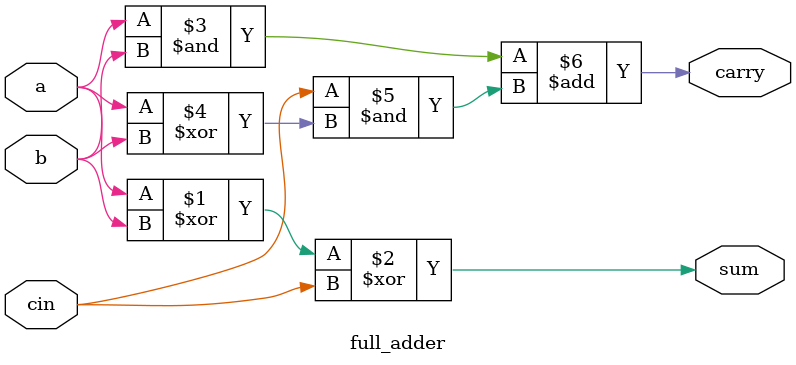
<source format=v>
module full_adder(a,b,cin,sum,carry);
 input a,b,cin;
 output sum,carry;
 assign sum = a^b^cin;
 assign carry = (a&b)+(cin&(a^b));
endmodule
</source>
